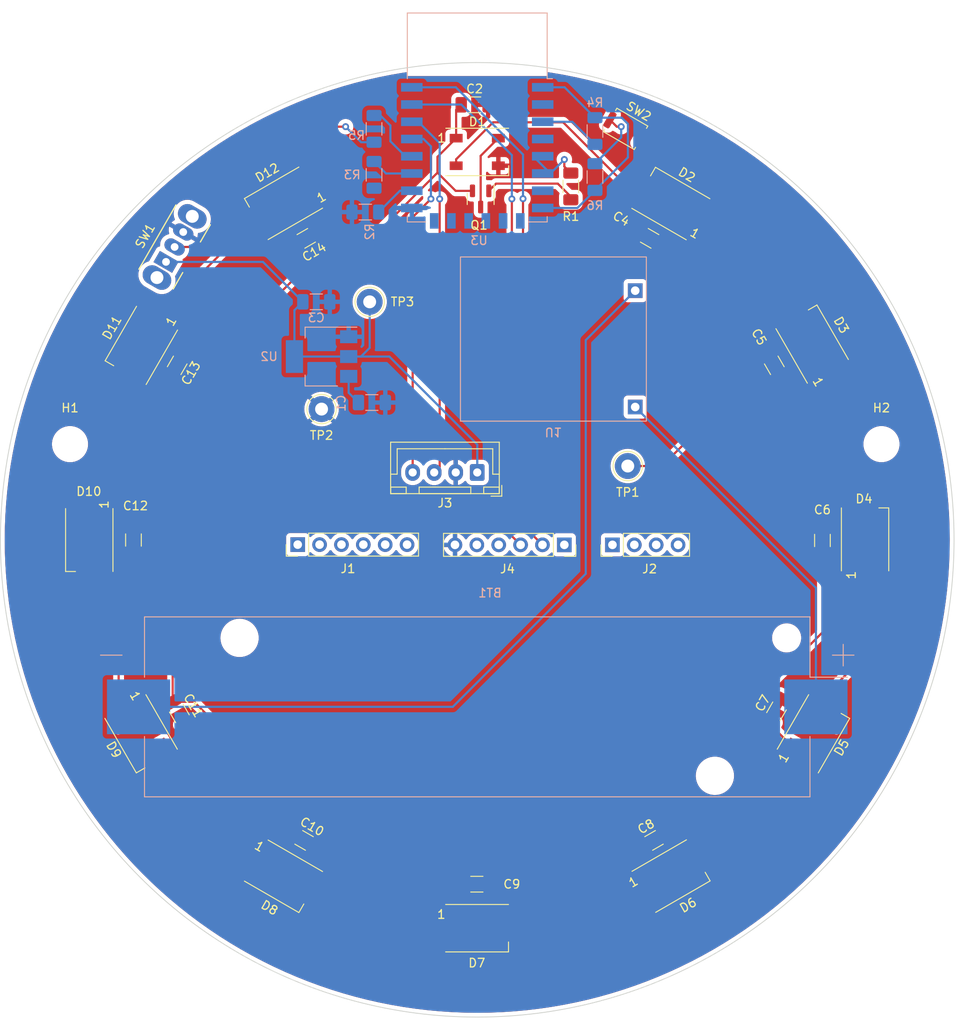
<source format=kicad_pcb>
(kicad_pcb (version 20211014) (generator pcbnew)
  (title_block (title "ESP12E Smart Coaster"))
  (layers (0 "F.Cu" signal) (31 "B.Cu" signal) (34 "B.Paste" user) (35 "F.Paste" user) (36 "B.SilkS" user "B.Silkscreen") (37 "F.SilkS" user "F.Silkscreen") (38 "B.Mask" user) (39 "F.Mask" user) (44 "Edge.Cuts" user))
  (net 0 "")
  (net 1 "Net-(BT1-Pad1)")
  (net 2 "Net-(BT1-Pad2)")
  (net 3 "+5V")
  (net 4 "GND")
  (net 5 "RESET")
  (net 6 "Net-(D1-Pad2)")
  (net 7 "Net-(D1-Pad4)")
  (net 8 "Net-(D2-Pad2)")
  (net 9 "Net-(D3-Pad2)")
  (net 10 "Net-(D4-Pad2)")
  (net 11 "Net-(D5-Pad2)")
  (net 12 "Net-(D6-Pad2)")
  (net 13 "Net-(D7-Pad2)")
  (net 14 "Net-(D8-Pad2)")
  (net 15 "Net-(D10-Pad4)")
  (net 16 "Net-(D10-Pad2)")
  (net 17 "Net-(D11-Pad2)")
  (net 19 "ADC")
  (net 20 "GPIO9")
  (net 21 "GPIO10")
  (net 22 "GPIO13")
  (net 23 "GPIO14")
  (net 24 "GPIO16")
  (net 25 "SCLK")
  (net 26 "MOSI")
  (net 27 "MISO")
  (net 28 "CS0")
  (net 29 "SCL")
  (net 30 "SDA")
  (net 32 "TXD")
  (net 33 "RXD")
  (net 36 "Net-(Q1-Pad1)")
  (net 37 "LED_DIN")
  (net 38 "GPIO15")
  (net 39 "GPIO2")
  (net 40 "EN{slash}CH_PD")
  (net 41 "Net-(R5-Pad1)")
  (net 42 "GPIO0")
  (net 43 "Net-(R6-Pad2)")
  (footprint "Capacitor_SMD:C_1206_3216Metric_Pad1.33x1.80mm_HandSolder" (layer "F.Cu") (at 100.076 100.0252 -90)
    (fp_text reference "C12" (at -3.964501 -0.239093) (layer "F.SilkS"))
    (fp_text value "0.1uF")
    (pad "1" smd roundrect (at -1.5625 0 270) (size 1.325 1.8) (layers "F.Cu" "F.Paste" "F.Mask") (roundrect_rratio 0.188679) (net 3 "+5V"))
    (pad "2" smd roundrect (at 1.5625 0 270) (size 1.325 1.8) (layers "F.Cu" "F.Paste" "F.Mask") (roundrect_rratio 0.188679) (net 4 "GND"))
  )
  (footprint "Capacitor_SMD:C_1206_3216Metric_Pad1.33x1.80mm_HandSolder" (layer "F.Cu") (at 139.954 139.954)
    (fp_text reference "C9" (at 4.064 0) (layer "F.SilkS"))
    (fp_text value "0.1uF")
    (pad "1" smd roundrect (at -1.5625 0) (size 1.325 1.8) (layers "F.Cu" "F.Paste" "F.Mask") (roundrect_rratio 0.188679) (net 3 "+5V"))
    (pad "2" smd roundrect (at 1.5625 0) (size 1.325 1.8) (layers "F.Cu" "F.Paste" "F.Mask") (roundrect_rratio 0.188679) (net 4 "GND"))
  )
  (footprint "Capacitor_SMD:C_1206_3216Metric_Pad1.33x1.80mm_HandSolder" (layer "F.Cu") (at 120.142 65.024 -150)
    (fp_text reference "C14" (at 0 -1.85 30) (layer "F.SilkS"))
    (fp_text value "0.1uF")
    (pad "1" smd roundrect (at -1.5625 0 210) (size 1.325 1.8) (layers "F.Cu" "F.Paste" "F.Mask") (roundrect_rratio 0.188679) (net 3 "+5V"))
    (pad "2" smd roundrect (at 1.5625 0 210) (size 1.325 1.8) (layers "F.Cu" "F.Paste" "F.Mask") (roundrect_rratio 0.188679) (net 4 "GND"))
  )
  (footprint "Capacitor_SMD:C_1206_3216Metric_Pad1.33x1.80mm_HandSolder" (layer "F.Cu") (at 139.7 49.53)
    (fp_text reference "C2" (at 0 -1.85) (layer "F.SilkS"))
    (fp_text value "0.1uF")
    (pad "1" smd roundrect (at -1.5625 0) (size 1.325 1.8) (layers "F.Cu" "F.Paste" "F.Mask") (roundrect_rratio 0.188679) (net 3 "+5V"))
    (pad "2" smd roundrect (at 1.5625 0) (size 1.325 1.8) (layers "F.Cu" "F.Paste" "F.Mask") (roundrect_rratio 0.188679) (net 4 "GND"))
  )
  (footprint "LED_SMD:LED_WS2812B_PLCC4_5.0x5.0mm_P3.2mm" (layer "F.Cu") (at 185.039 99.949 90)
    (fp_text reference "D4" (at 4.699 -0.127) (layer "F.SilkS"))
    (fp_text value "WS2812B")
    (fp_text user "1" (at -4.15 -1.6 90) (layer "F.SilkS"))
    (pad "1" smd rect (at -2.45 -1.6 90) (size 1.5 1) (layers "F.Cu" "F.Paste" "F.Mask") (net 3 "+5V"))
    (pad "2" smd rect (at -2.45 1.6 90) (size 1.5 1) (layers "F.Cu" "F.Paste" "F.Mask") (net 10 "Net-(D4-Pad2)"))
    (pad "3" smd rect (at 2.45 1.6 90) (size 1.5 1) (layers "F.Cu" "F.Paste" "F.Mask") (net 4 "GND"))
    (pad "4" smd rect (at 2.45 -1.6 90) (size 1.5 1) (layers "F.Cu" "F.Paste" "F.Mask") (net 9 "Net-(D3-Pad2)"))
  )
  (footprint "Connector_PinHeader_2.54mm:PinHeader_1x06_P2.54mm_Vertical" (layer "F.Cu") (at 119.1514 100.5586 90)
    (fp_text reference "J1" (at -2.794 5.842 180) (layer "F.SilkS"))
    (fp_text value "GPIO_Header")
    (pad "1" thru_hole rect (at 0 0 90) (size 1.7 1.7) (drill 1) (layers *.Cu *.Mask) (net 19 "ADC"))
    (pad "2" thru_hole oval (at 0 2.54 90) (size 1.7 1.7) (drill 1) (layers *.Cu *.Mask) (net 20 "GPIO9"))
    (pad "3" thru_hole oval (at 0 5.08 90) (size 1.7 1.7) (drill 1) (layers *.Cu *.Mask) (net 21 "GPIO10"))
    (pad "4" thru_hole oval (at 0 7.62 90) (size 1.7 1.7) (drill 1) (layers *.Cu *.Mask) (net 22 "GPIO13"))
    (pad "5" thru_hole oval (at 0 10.16 90) (size 1.7 1.7) (drill 1) (layers *.Cu *.Mask) (net 23 "GPIO14"))
    (pad "6" thru_hole oval (at 0 12.7 90) (size 1.7 1.7) (drill 1) (layers *.Cu *.Mask) (net 24 "GPIO16"))
  )
  (footprint "LED_SMD:LED_WS2812B_PLCC4_5.0x5.0mm_P3.2mm" (layer "F.Cu") (at 100.9904 77.4446 -120)
    (fp_text reference "D11" (at -0.079961 3.976304 60) (layer "F.SilkS"))
    (fp_text value "WS2812B")
    (fp_text user "1" (at -4.15 -1.6 60) (layer "F.SilkS"))
    (pad "1" smd rect (at -2.45 -1.6 240) (size 1.5 1) (layers "F.Cu" "F.Paste" "F.Mask") (net 3 "+5V"))
    (pad "2" smd rect (at -2.45 1.6 240) (size 1.5 1) (layers "F.Cu" "F.Paste" "F.Mask") (net 17 "Net-(D11-Pad2)"))
    (pad "3" smd rect (at 2.45 1.6 240) (size 1.5 1) (layers "F.Cu" "F.Paste" "F.Mask") (net 4 "GND"))
    (pad "4" smd rect (at 2.45 -1.6 240) (size 1.5 1) (layers "F.Cu" "F.Paste" "F.Mask") (net 16 "Net-(D10-Pad2)"))
  )
  (footprint "Package_TO_SOT_SMD:SOT-23" (layer "F.Cu") (at 140.396 60.452 -90)
    (fp_text reference "Q1" (at 3.048 0.188 180) (layer "F.SilkS"))
    (fp_text value "SI2302")
    (pad "1" smd roundrect (at -0.9375 -0.95 270) (size 1.475 0.6) (layers "F.Cu" "F.Paste" "F.Mask") (net 36 "Net-(Q1-Pad1)"))
    (pad "2" smd roundrect (at -0.9375 0.95 270) (size 1.475 0.6) (layers "F.Cu" "F.Paste" "F.Mask") (net 3 "+5V"))
    (pad "3" smd roundrect (at 0.9375 0 270) (size 1.475 0.6) (layers "F.Cu" "F.Paste" "F.Mask") (net 7 "Net-(D1-Pad4)"))
  )
  (footprint "LED_SMD:LED_WS2812B_PLCC4_5.0x5.0mm_P3.2mm" (layer "F.Cu") (at 117.5004 139.0396 -30)
    (fp_text reference "D8" (at 0.420989 3.980375 150) (layer "F.SilkS"))
    (fp_text value "WS2812B")
    (fp_text user "1" (at -4.15 -1.6 150) (layer "F.SilkS"))
    (pad "1" smd rect (at -2.45 -1.6 330) (size 1.5 1) (layers "F.Cu" "F.Paste" "F.Mask") (net 3 "+5V"))
    (pad "2" smd rect (at -2.45 1.6 330) (size 1.5 1) (layers "F.Cu" "F.Paste" "F.Mask") (net 14 "Net-(D8-Pad2)"))
    (pad "3" smd rect (at 2.45 1.6 330) (size 1.5 1) (layers "F.Cu" "F.Paste" "F.Mask") (net 4 "GND"))
    (pad "4" smd rect (at 2.45 -1.6 330) (size 1.5 1) (layers "F.Cu" "F.Paste" "F.Mask") (net 13 "Net-(D7-Pad2)"))
  )
  (footprint "Connector_PinSocket_2.54mm:PinSocket_1x06_P2.54mm_Vertical" (layer "F.Cu") (at 150.114 100.584 -90)
    (fp_text reference "J4" (at 2.794 6.604 180) (layer "F.SilkS"))
    (fp_text value "Programming_header")
    (pad "1" thru_hole rect (at 0 0 270) (size 1.7 1.7) (drill 1) (layers *.Cu *.Mask))
    (pad "2" thru_hole oval (at 0 2.54 270) (size 1.7 1.7) (drill 1) (layers *.Cu *.Mask) (net 32 "TXD"))
    (pad "3" thru_hole oval (at 0 5.08 270) (size 1.7 1.7) (drill 1) (layers *.Cu *.Mask) (net 33 "RXD"))
    (pad "4" thru_hole oval (at 0 7.62 270) (size 1.7 1.7) (drill 1) (layers *.Cu *.Mask))
    (pad "5" thru_hole oval (at 0 10.16 270) (size 1.7 1.7) (drill 1) (layers *.Cu *.Mask))
    (pad "6" thru_hole oval (at 0 12.7 270) (size 1.7 1.7) (drill 1) (layers *.Cu *.Mask) (net 4 "GND"))
  )
  (footprint "Capacitor_SMD:C_1206_3216Metric_Pad1.33x1.80mm_HandSolder" (layer "F.Cu") (at 174.752 119.888 60)
    (fp_text reference "C7" (at 0 -1.85 60) (layer "F.SilkS"))
    (fp_text value "0.1uF")
    (pad "1" smd roundrect (at -1.5625 0 60) (size 1.325 1.8) (layers "F.Cu" "F.Paste" "F.Mask") (roundrect_rratio 0.188679) (net 3 "+5V"))
    (pad "2" smd roundrect (at 1.5625 0 60) (size 1.325 1.8) (layers "F.Cu" "F.Paste" "F.Mask") (roundrect_rratio 0.188679) (net 4 "GND"))
  )
  (footprint "Capacitor_SMD:C_1206_3216Metric_Pad1.33x1.80mm_HandSolder" (layer "F.Cu") (at 160.528 134.874 30)
    (fp_text reference "C8" (at 0 -1.85 30) (layer "F.SilkS"))
    (fp_text value "0.1uF")
    (pad "1" smd roundrect (at -1.5625 0 30) (size 1.325 1.8) (layers "F.Cu" "F.Paste" "F.Mask") (roundrect_rratio 0.188679) (net 3 "+5V"))
    (pad "2" smd roundrect (at 1.5625 0 30) (size 1.325 1.8) (layers "F.Cu" "F.Paste" "F.Mask") (roundrect_rratio 0.188679) (net 4 "GND"))
  )
  (footprint "MountingHole:MountingHole_3.2mm_M3" (layer "F.Cu") (at 92.71 88.9)
    (fp_text reference "H1" (at 0 -4.2) (layer "F.SilkS"))
    (fp_text value "MountingHole")
    (pad "" np_thru_hole circle (at 0 0) (size 3.2 3.2) (drill 3.2) (layers *.Cu *.Mask))
  )
  (footprint "LED_SMD:LED_WS2812B_PLCC4_5.0x5.0mm_P3.2mm" (layer "F.Cu") (at 139.9794 145.0594)
    (fp_text reference "D7" (at -0.0254 4.0386) (layer "F.SilkS"))
    (fp_text value "WS2812B")
    (fp_text user "1" (at -4.15 -1.6) (layer "F.SilkS"))
    (pad "1" smd rect (at -2.45 -1.6) (size 1.5 1) (layers "F.Cu" "F.Paste" "F.Mask") (net 3 "+5V"))
    (pad "2" smd rect (at -2.45 1.6) (size 1.5 1) (layers "F.Cu" "F.Paste" "F.Mask") (net 13 "Net-(D7-Pad2)"))
    (pad "3" smd rect (at 2.45 1.6) (size 1.5 1) (layers "F.Cu" "F.Paste" "F.Mask") (net 4 "GND"))
    (pad "4" smd rect (at 2.45 -1.6) (size 1.5 1) (layers "F.Cu" "F.Paste" "F.Mask") (net 12 "Net-(D6-Pad2)"))
  )
  (footprint "Connector_JST:JST_XH_B4B-XH-A_1x04_P2.50mm_Vertical" (layer "F.Cu") (at 140 92.185 180)
    (fp_text reference "J3" (at 3.75 -3.55) (layer "F.SilkS"))
    (fp_text value "MLX90614 Temp Sensor")
    (pad "1" thru_hole roundrect (at 0 0 180) (size 1.7 1.95) (drill 0.95) (layers *.Cu *.Mask) (roundrect_rratio 0.147059) (net 5 "RESET"))
    (pad "2" thru_hole oval (at 2.5 0 180) (size 1.7 1.95) (drill 0.95) (layers *.Cu *.Mask) (net 4 "GND"))
    (pad "3" thru_hole oval (at 5 0 180) (size 1.7 1.95) (drill 0.95) (layers *.Cu *.Mask) (net 29 "SCL"))
    (pad "4" thru_hole oval (at 7.5 0 180) (size 1.7 1.95) (drill 0.95) (layers *.Cu *.Mask) (net 30 "SDA"))
  )
  (footprint "Capacitor_SMD:C_1206_3216Metric_Pad1.33x1.80mm_HandSolder" (layer "F.Cu") (at 119.888 134.874 -30)
    (fp_text reference "C10" (at 0 -1.85 150) (layer "F.SilkS"))
    (fp_text value "0.1uF")
    (pad "1" smd roundrect (at -1.5625 0 330) (size 1.325 1.8) (layers "F.Cu" "F.Paste" "F.Mask") (roundrect_rratio 0.188679) (net 3 "+5V"))
    (pad "2" smd roundrect (at 1.5625 0 330) (size 1.325 1.8) (layers "F.Cu" "F.Paste" "F.Mask") (roundrect_rratio 0.188679) (net 4 "GND"))
  )
  (footprint "Button_Switch_SMD:SW_Push_SPST_NO_Alps_SKRK" (layer "F.Cu") (at 157.226 52.324 -30)
    (fp_text reference "SW2" (at 0.303823 -2.521764 150) (layer "F.SilkS"))
    (fp_text value "SW_Push")
    (pad "1" smd roundrect (at -2.1 0 330) (size 0.8 2) (layers "F.Cu" "F.Paste" "F.Mask") (net 43 "Net-(R6-Pad2)"))
    (pad "2" smd roundrect (at 2.1 0 330) (size 0.8 2) (layers "F.Cu" "F.Paste" "F.Mask") (net 4 "GND"))
  )
  (footprint "Capacitor_SMD:C_1206_3216Metric_Pad1.33x1.80mm_HandSolder" (layer "F.Cu") (at 105.41 120.142 -60)
    (fp_text reference "C11" (at 0 -1.85 120) (layer "F.SilkS"))
    (fp_text value "0.1uF")
    (pad "1" smd roundrect (at -1.5625 0 300) (size 1.325 1.8) (layers "F.Cu" "F.Paste" "F.Mask") (roundrect_rratio 0.188679) (net 3 "+5V"))
    (pad "2" smd roundrect (at 1.5625 0 300) (size 1.325 1.8) (layers "F.Cu" "F.Paste" "F.Mask") (roundrect_rratio 0.188679) (net 4 "GND"))
  )
  (footprint "Capacitor_SMD:C_1206_3216Metric_Pad1.33x1.80mm_HandSolder" (layer "F.Cu") (at 174.498 79.756 120)
    (fp_text reference "C5" (at 3.748616 0.111207 120) (layer "F.SilkS"))
    (fp_text value "0.1uF")
    (pad "1" smd roundrect (at -1.5625 0 120) (size 1.325 1.8) (layers "F.Cu" "F.Paste" "F.Mask") (roundrect_rratio 0.188679) (net 3 "+5V"))
    (pad "2" smd roundrect (at 1.5625 0 120) (size 1.325 1.8) (layers "F.Cu" "F.Paste" "F.Mask") (roundrect_rratio 0.188679) (net 4 "GND"))
  )
  (footprint "TestPoint:TestPoint_Loop_D2.54mm_Drill1.5mm_Beaded" (layer "F.Cu") (at 157.48 91.44)
    (fp_text reference "TP1" (at 0 3.048) (layer "F.SilkS"))
    (fp_text value "5V")
    (pad "1" thru_hole circle (at 0 0) (size 3 3) (drill 1.5) (layers *.Cu *.Mask) (net 3 "+5V"))
  )
  (footprint "Capacitor_SMD:C_1206_3216Metric_Pad1.33x1.80mm_HandSolder" (layer "F.Cu") (at 180.086 100.076 90)
    (fp_text reference "C6" (at 3.556 0) (layer "F.SilkS"))
    (fp_text value "0.1uF")
    (pad "1" smd roundrect (at -1.5625 0 90) (size 1.325 1.8) (layers "F.Cu" "F.Paste" "F.Mask") (roundrect_rratio 0.188679) (net 3 "+5V"))
    (pad "2" smd roundrect (at 1.5625 0 90) (size 1.325 1.8) (layers "F.Cu" "F.Paste" "F.Mask") (roundrect_rratio 0.188679) (net 4 "GND"))
  )
  (footprint "Button_Switch_THT:SW_CuK_OS102011MA1QN1_SPDT_Angled" (layer "F.Cu") (at 103.856051 67.756051 60)
    (fp_text reference "SW1" (at 1.400001 -3.6 60) (layer "F.SilkS"))
    (fp_text value "SW_SPDT")
    (pad "" thru_hole oval (at 6.1 0 60) (size 2.2 3.5) (drill 1.5) (layers *.Cu *.Mask))
    (pad "" thru_hole oval (at -2.1 0 60) (size 2.2 3.5) (drill 1.5) (layers *.Cu *.Mask))
    (pad "1" thru_hole rect (at 0 0 60) (size 1.5 2.5) (drill 0.9) (layers *.Cu *.Mask) (net 5 "RESET"))
    (pad "2" thru_hole oval (at 2 0 60) (size 1.5 2.5) (drill 0.9) (layers *.Cu *.Mask) (net 41 "Net-(R5-Pad1)"))
    (pad "3" thru_hole oval (at 4 0 60) (size 1.5 2.5) (drill 0.9) (layers *.Cu *.Mask) (net 4 "GND"))
  )
  (footprint "LED_SMD:LED_WS2812B_PLCC4_5.0x5.0mm_P3.2mm" (layer "F.Cu") (at 94.9452 100.0252 -90)
    (fp_text reference "D10" (at -5.6388 0.0508) (layer "F.SilkS"))
    (fp_text value "WS2812B")
    (fp_text user "1" (at -4.1148 -1.7272 90) (layer "F.SilkS"))
    (pad "1" smd rect (at -2.45 -1.6 270) (size 1.5 1) (layers "F.Cu" "F.Paste" "F.Mask") (net 3 "+5V"))
    (pad "2" smd rect (at -2.45 1.6 270) (size 1.5 1) (layers "F.Cu" "F.Paste" "F.Mask") (net 16 "Net-(D10-Pad2)"))
    (pad "3" smd rect (at 2.45 1.6 270) (size 1.5 1) (layers "F.Cu" "F.Paste" "F.Mask") (net 4 "GND"))
    (pad "4" smd rect (at 2.45 -1.6 270) (size 1.5 1) (layers "F.Cu" "F.Paste" "F.Mask") (net 15 "Net-(D10-Pad4)"))
  )
  (footprint "LED_SMD:LED_WS2812B_PLCC4_5.0x5.0mm_P3.2mm" (layer "F.Cu") (at 162.4838 60.9854 150)
    (fp_text reference "D2" (at 0.057916 3.808713 150) (layer "F.SilkS"))
    (fp_text value "WS2812B")
    (fp_text user "1" (at -4.15 -1.6 150) (layer "F.SilkS"))
    (pad "1" smd rect (at -2.45 -1.6 150) (size 1.5 1) (layers "F.Cu" "F.Paste" "F.Mask") (net 3 "+5V"))
    (pad "2" smd rect (at -2.45 1.6 150) (size 1.5 1) (layers "F.Cu" "F.Paste" "F.Mask") (net 8 "Net-(D2-Pad2)"))
    (pad "3" smd rect (at 2.45 1.6 150) (size 1.5 1) (layers "F.Cu" "F.Paste" "F.Mask") (net 4 "GND"))
    (pad "4" smd rect (at 2.45 -1.6 150) (size 1.5 1) (layers "F.Cu" "F.Paste" "F.Mask") (net 6 "Net-(D1-Pad2)"))
  )
  (footprint "LED_SMD:LED_WS2812B_PLCC4_5.0x5.0mm_P3.2mm" (layer "F.Cu") (at 140 55)
    (fp_text reference "D1" (at 0 -3.5) (layer "F.SilkS"))
    (fp_text value "WS2812B")
    (fp_text user "1" (at -4.15 -1.6) (layer "F.SilkS"))
    (pad "1" smd rect (at -2.45 -1.6) (size 1.5 1) (layers "F.Cu" "F.Paste" "F.Mask") (net 3 "+5V"))
    (pad "2" smd rect (at -2.45 1.6) (size 1.5 1) (layers "F.Cu" "F.Paste" "F.Mask") (net 6 "Net-(D1-Pad2)"))
    (pad "3" smd rect (at 2.45 1.6) (size 1.5 1) (layers "F.Cu" "F.Paste" "F.Mask") (net 4 "GND"))
    (pad "4" smd rect (at 2.45 -1.6) (size 1.5 1) (layers "F.Cu" "F.Paste" "F.Mask") (net 7 "Net-(D1-Pad4)"))
  )
  (footprint "LED_SMD:LED_WS2812B_PLCC4_5.0x5.0mm_P3.2mm" (layer "F.Cu") (at 178.8922 77.2922 120)
    (fp_text reference "D3" (at 0.224643 4.030507 120) (layer "F.SilkS"))
    (fp_text value "WS2812B")
    (fp_text user "1" (at -4.15 -1.6 120) (layer "F.SilkS"))
    (pad "1" smd rect (at -2.45 -1.6 120) (size 1.5 1) (layers "F.Cu" "F.Paste" "F.Mask") (net 3 "+5V"))
    (pad "2" smd rect (at -2.45 1.6 120) (size 1.5 1) (layers "F.Cu" "F.Paste" "F.Mask") (net 9 "Net-(D3-Pad2)"))
    (pad "3" smd rect (at 2.45 1.6 120) (size 1.5 1) (layers "F.Cu" "F.Paste" "F.Mask") (net 4 "GND"))
    (pad "4" smd rect (at 2.45 -1.6 120) (size 1.5 1) (layers "F.Cu" "F.Paste" "F.Mask") (net 8 "Net-(D2-Pad2)"))
  )
  (footprint "LED_SMD:LED_WS2812B_PLCC4_5.0x5.0mm_P3.2mm" (layer "F.Cu") (at 117.5004 60.96 -150)
    (fp_text reference "D12" (at -0.150219 4.019386 30) (layer "F.SilkS"))
    (fp_text value "WS2812B")
    (fp_text user "1" (at -4.15 -1.6 30) (layer "F.SilkS"))
    (pad "1" smd rect (at -2.45 -1.6 210) (size 1.5 1) (layers "F.Cu" "F.Paste" "F.Mask") (net 3 "+5V"))
    (pad "2" smd rect (at -2.45 1.6 210) (size 1.5 1) (layers "F.Cu" "F.Paste" "F.Mask"))
    (pad "3" smd rect (at 2.45 1.6 210) (size 1.5 1) (layers "F.Cu" "F.Paste" "F.Mask") (net 4 "GND"))
    (pad "4" smd rect (at 2.45 -1.6 210) (size 1.5 1) (layers "F.Cu" "F.Paste" "F.Mask") (net 17 "Net-(D11-Pad2)"))
  )
  (footprint "Capacitor_SMD:C_1206_3216Metric_Pad1.33x1.80mm_HandSolder" (layer "F.Cu") (at 160.02 65.024 150)
    (fp_text reference "C4" (at 4.002616 0.328734 150) (layer "F.SilkS"))
    (fp_text value "0.1uF")
    (pad "1" smd roundrect (at -1.5625 0 150) (size 1.325 1.8) (layers "F.Cu" "F.Paste" "F.Mask") (roundrect_rratio 0.188679) (net 3 "+5V"))
    (pad "2" smd roundrect (at 1.5625 0 150) (size 1.325 1.8) (layers "F.Cu" "F.Paste" "F.Mask") (roundrect_rratio 0.188679) (net 4 "GND"))
  )
  (footprint "LED_SMD:LED_WS2812B_PLCC4_5.0x5.0mm_P3.2mm" (layer "F.Cu") (at 179.0446 122.5042 60)
    (fp_text reference "D5" (at 0.252486 3.637719 60) (layer "F.SilkS"))
    (fp_text value "WS2812B")
    (fp_text user "1" (at -4.15 -1.6 60) (layer "F.SilkS"))
    (pad "1" smd rect (at -2.45 -1.6 60) (size 1.5 1) (layers "F.Cu" "F.Paste" "F.Mask") (net 3 "+5V"))
    (pad "2" smd rect (at -2.45 1.6 60) (size 1.5 1) (layers "F.Cu" "F.Paste" "F.Mask") (net 11 "Net-(D5-Pad2)"))
    (pad "3" smd rect (at 2.45 1.6 60) (size 1.5 1) (layers "F.Cu" "F.Paste" "F.Mask") (net 4 "GND"))
    (pad "4" smd rect (at 2.45 -1.6 60) (size 1.5 1) (layers "F.Cu" "F.Paste" "F.Mask") (net 10 "Net-(D4-Pad2)"))
  )
  (footprint "Resistor_SMD:R_1206_3216Metric_Pad1.30x1.75mm_HandSolder" (layer "F.Cu") (at 150.868528 59.000495 -90)
    (fp_text reference "R1" (at 3.483505 -0.007472 180) (layer "F.SilkS"))
    (fp_text value "100")
    (pad "1" smd roundrect (at -1.55 0 270) (size 1.3 1.75) (layers "F.Cu" "F.Paste" "F.Mask") (roundrect_rratio 0.192308) (net 37 "LED_DIN"))
    (pad "2" smd roundrect (at 1.55 0 270) (size 1.3 1.75) (layers "F.Cu" "F.Paste" "F.Mask") (roundrect_rratio 0.192308) (net 36 "Net-(Q1-Pad1)"))
  )
  (footprint "Capacitor_SMD:C_1206_3216Metric_Pad1.33x1.80mm_HandSolder" (layer "F.Cu") (at 105.156 79.756 -120)
    (fp_text reference "C13" (at 0 -1.85 60) (layer "F.SilkS"))
    (fp_text value "0.1uF")
    (pad "1" smd roundrect (at -1.5625 0 240) (size 1.325 1.8) (layers "F.Cu" "F.Paste" "F.Mask") (roundrect_rratio 0.188679) (net 3 "+5V"))
    (pad "2" smd roundrect (at 1.5625 0 240) (size 1.325 1.8) (layers "F.Cu" "F.Paste" "F.Mask") (roundrect_rratio 0.188679) (net 4 "GND"))
  )
  (footprint "TestPoint:TestPoint_Loop_D2.54mm_Drill1.5mm_Beaded" (layer "F.Cu") (at 121.92 84.836)
    (fp_text reference "TP2" (at 0 3.048) (layer "F.SilkS"))
    (fp_text value "GND")
    (pad "1" thru_hole circle (at 0 0) (size 3 3) (drill 1.5) (layers *.Cu *.Mask) (net 4 "GND"))
  )
  (footprint "MountingHole:MountingHole_3.2mm_M3" (layer "F.Cu") (at 186.944 88.9)
    (fp_text reference "H2" (at 0 -4.2) (layer "F.SilkS"))
    (fp_text value "MountingHole")
    (pad "" np_thru_hole circle (at 0 0) (size 3.2 3.2) (drill 3.2) (layers *.Cu *.Mask))
  )
  (footprint "Connector_PinHeader_2.54mm:PinHeader_1x04_P2.54mm_Vertical" (layer "F.Cu") (at 155.702 100.584 90)
    (fp_text reference "J2" (at -2.794 4.318 180) (layer "F.SilkS"))
    (fp_text value "SPI_Header")
    (pad "1" thru_hole rect (at 0 0 90) (size 1.7 1.7) (drill 1) (layers *.Cu *.Mask) (net 25 "SCLK"))
    (pad "2" thru_hole oval (at 0 2.54 90) (size 1.7 1.7) (drill 1) (layers *.Cu *.Mask) (net 26 "MOSI"))
    (pad "3" thru_hole oval (at 0 5.08 90) (size 1.7 1.7) (drill 1) (layers *.Cu *.Mask) (net 27 "MISO"))
    (pad "4" thru_hole oval (at 0 7.62 90) (size 1.7 1.7) (drill 1) (layers *.Cu *.Mask) (net 28 "CS0"))
  )
  (footprint "LED_SMD:LED_WS2812B_PLCC4_5.0x5.0mm_P3.2mm" (layer "F.Cu") (at 162.5092 139.0142 30)
    (fp_text reference "D6" (at 0.02667 3.916207 30) (layer "F.SilkS"))
    (fp_text value "WS2812B")
    (fp_text user "1" (at -4.15 -1.6 30) (layer "F.SilkS"))
    (pad "1" smd rect (at -2.45 -1.6 30) (size 1.5 1) (layers "F.Cu" "F.Paste" "F.Mask") (net 3 "+5V"))
    (pad "2" smd rect (at -2.45 1.6 30) (size 1.5 1) (layers "F.Cu" "F.Paste" "F.Mask") (net 12 "Net-(D6-Pad2)"))
    (pad "3" smd rect (at 2.45 1.6 30) (size 1.5 1) (layers "F.Cu" "F.Paste" "F.Mask") (net 4 "GND"))
    (pad "4" smd rect (at 2.45 -1.6 30) (size 1.5 1) (layers "F.Cu" "F.Paste" "F.Mask") (net 11 "Net-(D5-Pad2)"))
  )
  (footprint "TestPoint:TestPoint_Loop_D2.54mm_Drill1.5mm_Beaded" (layer "F.Cu") (at 127.508 72.39)
    (fp_text reference "TP3" (at 3.81 0) (layer "F.SilkS"))
    (fp_text value "3.3V")
    (pad "1" thru_hole circle (at 0 0) (size 3 3) (drill 1.5) (layers *.Cu *.Mask) (net 5 "RESET"))
  )
  (footprint "LED_SMD:LED_WS2812B_PLCC4_5.0x5.0mm_P3.2mm" (layer "F.Cu") (at 100.965 122.5042 -60)
    (fp_text reference "D9" (at 0.018284 3.676731 120) (layer "F.SilkS"))
    (fp_text value "WS2812B")
    (fp_text user "1" (at -4.15 -1.6 120) (layer "F.SilkS"))
    (pad "1" smd rect (at -2.45 -1.6 300) (size 1.5 1) (layers "F.Cu" "F.Paste" "F.Mask") (net 3 "+5V"))
    (pad "2" smd rect (at -2.45 1.6 300) (size 1.5 1) (layers "F.Cu" "F.Paste" "F.Mask") (net 15 "Net-(D10-Pad4)"))
    (pad "3" smd rect (at 2.45 1.6 300) (size 1.5 1) (layers "F.Cu" "F.Paste" "F.Mask") (net 4 "GND"))
    (pad "4" smd rect (at 2.45 -1.6 300) (size 1.5 1) (layers "F.Cu" "F.Paste" "F.Mask") (net 14 "Net-(D8-Pad2)"))
  )
  (footprint "Power_Bank_Module:T6845C_Module" (layer "B.Cu") (at 148.844 77.343)
    (fp_text reference "U1" (at 0 10.16 180 unlocked) (layer "B.SilkS") (effects (justify mirror)))
    (fp_text value "T6845C_Module")
    (pad "3" thru_hole rect (at 9.5 7.25) (size 1.7 1.7) (drill 1) (layers *.Cu *.Mask) (net 1 "Net-(BT1-Pad1)"))
    (pad "4" thru_hole rect (at 9.5 -6.25) (size 1.7 1.7) (drill 1) (layers *.Cu *.Mask) (net 2 "Net-(BT1-Pad2)"))
  )
  (footprint "Capacitor_SMD:C_1206_3216Metric_Pad1.33x1.80mm_HandSolder" (layer "B.Cu") (at 121.31 72.39)
    (fp_text reference "C3" (at 0 1.85) (layer "B.SilkS") (effects (justify mirror)))
    (fp_text value "10u")
    (pad "1" smd roundrect (at -1.5625 0) (size 1.325 1.8) (layers "B.Cu" "B.Paste" "B.Mask") (roundrect_rratio 0.188679) (net 5 "RESET"))
    (pad "2" smd roundrect (at 1.5625 0) (size 1.325 1.8) (layers "B.Cu" "B.Paste" "B.Mask") (roundrect_rratio 0.188679) (net 4 "GND"))
  )
  (footprint "Resistor_SMD:R_1206_3216Metric_Pad1.30x1.75mm_HandSolder" (layer "B.Cu") (at 153.67 52.578 -90)
    (fp_text reference "R4" (at -3.302 0 180) (layer "B.SilkS") (effects (justify mirror)))
    (fp_text value "10K")
    (pad "1" smd roundrect (at -1.55 0 270) (size 1.3 1.75) (layers "B.Cu" "B.Paste" "B.Mask") (roundrect_rratio 0.192308) (net 5 "RESET"))
    (pad "2" smd roundrect (at 1.55 0 270) (size 1.3 1.75) (layers "B.Cu" "B.Paste" "B.Mask") (roundrect_rratio 0.192308) (net 40 "EN{slash}CH_PD"))
  )
  (footprint "Resistor_SMD:R_1206_3216Metric_Pad1.30x1.75mm_HandSolder" (layer "B.Cu") (at 128.016 57.658 90)
    (fp_text reference "R3" (at 0 -2.54) (layer "B.SilkS") (effects (justify mirror)))
    (fp_text value "10K")
    (pad "1" smd roundrect (at -1.55 0 90) (size 1.3 1.75) (layers "B.Cu" "B.Paste" "B.Mask") (roundrect_rratio 0.192308) (net 5 "RESET"))
    (pad "2" smd roundrect (at 1.55 0 90) (size 1.3 1.75) (layers "B.Cu" "B.Paste" "B.Mask") (roundrect_rratio 0.192308) (net 39 "GPIO2"))
  )
  (footprint "Battery:BatteryHolder_Keystone_1042_1x18650" (layer "B.Cu") (at 140 119.38 180)
    (fp_text reference "BT1" (at -1.478 13.208) (layer "B.SilkS") (effects (justify mirror)))
    (fp_text value "Battery")
    (pad "" np_thru_hole circle (at 27.6 8 180) (size 3.45 3.45) (drill 3.45) (layers *.Cu *.Mask))
    (pad "" np_thru_hole circle (at -35.93 8 180) (size 2.39 2.39) (drill 2.39) (layers *.Cu *.Mask))
    (pad "" np_thru_hole circle (at -27.6 -8 180) (size 3.45 3.45) (drill 3.45) (layers *.Cu *.Mask))
    (pad "1" smd rect (at -39.33 0 180) (size 7.34 6.35) (layers "B.Cu" "B.Paste" "B.Mask") (net 1 "Net-(BT1-Pad1)"))
    (pad "2" smd rect (at 39.33 0 180) (size 7.34 6.35) (layers "B.Cu" "B.Paste" "B.Mask") (net 2 "Net-(BT1-Pad2)"))
  )
  (footprint "Resistor_SMD:R_1206_3216Metric_Pad1.30x1.75mm_HandSolder" (layer "B.Cu") (at 127 61.976 180)
    (fp_text reference "R2" (at -0.508 -2.286 90) (layer "B.SilkS") (effects (justify mirror)))
    (fp_text value "10K")
    (pad "1" smd roundrect (at -1.55 0 180) (size 1.3 1.75) (layers "B.Cu" "B.Paste" "B.Mask") (roundrect_rratio 0.192308) (net 38 "GPIO15"))
    (pad "2" smd roundrect (at 1.55 0 180) (size 1.3 1.75) (layers "B.Cu" "B.Paste" "B.Mask") (roundrect_rratio 0.192308) (net 4 "GND"))
  )
  (footprint "Package_TO_SOT_SMD:SOT-223-3_TabPin2" (layer "B.Cu") (at 121.92 78.74 180)
    (fp_text reference "U2" (at 6.096 0) (layer "B.SilkS") (effects (justify mirror)))
    (fp_text value "AMS1117-3.3")
    (pad "1" smd rect (at -3.15 2.3 180) (size 2 1.5) (layers "B.Cu" "B.Paste" "B.Mask") (net 4 "GND"))
    (pad "2" smd rect (at -3.15 0 180) (size 2 1.5) (layers "B.Cu" "B.Paste" "B.Mask") (net 5 "RESET"))
    (pad "2" smd rect (at 3.15 0 180) (size 2 3.8) (layers "B.Cu" "B.Paste" "B.Mask") (net 5 "RESET"))
    (pad "3" smd rect (at -3.15 -2.3 180) (size 2 1.5) (layers "B.Cu" "B.Paste" "B.Mask") (net 3 "+5V"))
  )
  (footprint "Resistor_SMD:R_1206_3216Metric_Pad1.30x1.75mm_HandSolder" (layer "B.Cu") (at 153.67 57.912 90)
    (fp_text reference "R6" (at -3.302 0 180) (layer "B.SilkS") (effects (justify mirror)))
    (fp_text value "10K")
    (pad "1" smd roundrect (at -1.55 0 90) (size 1.3 1.75) (layers "B.Cu" "B.Paste" "B.Mask") (roundrect_rratio 0.192308) (net 5 "RESET"))
    (pad "2" smd roundrect (at 1.55 0 90) (size 1.3 1.75) (layers "B.Cu" "B.Paste" "B.Mask") (roundrect_rratio 0.192308) (net 43 "Net-(R6-Pad2)"))
  )
  (footprint "RF_Module:ESP-12E" (layer "B.Cu") (at 140 51 180)
    (fp_text reference "U3" (at -0.208 -14.278) (layer "B.SilkS") (effects (justify mirror)))
    (fp_text value "ESP-12E")
    (pad "1" smd rect (at -7.6 3.5 180) (size 2.5 1) (layers "B.Cu" "B.Paste" "B.Mask") (net 5 "RESET"))
    (pad "2" smd rect (at -7.6 1.5 180) (size 2.5 1) (layers "B.Cu" "B.Paste" "B.Mask") (net 19 "ADC"))
    (pad "3" smd rect (at -7.6 -0.5 180) (size 2.5 1) (layers "B.Cu" "B.Paste" "B.Mask") (net 40 "EN{slash}CH_PD"))
    (pad "4" smd rect (at -7.6 -2.5 180) (size 2.5 1) (layers "B.Cu" "B.Paste" "B.Mask") (net 24 "GPIO16"))
    (pad "5" smd rect (at -7.6 -4.5 180) (size 2.5 1) (layers "B.Cu" "B.Paste" "B.Mask") (net 23 "GPIO14"))
    (pad "6" smd rect (at -7.6 -6.5 180) (size 2.5 1) (layers "B.Cu" "B.Paste" "B.Mask") (net 37 "LED_DIN"))
    (pad "7" smd rect (at -7.6 -8.5 180) (size 2.5 1) (layers "B.Cu" "B.Paste" "B.Mask") (net 22 "GPIO13"))
    (pad "8" smd rect (at -7.6 -10.5 180) (size 2.5 1) (layers "B.Cu" "B.Paste" "B.Mask") (net 5 "RESET"))
    (pad "9" smd rect (at -5 -12 180) (size 1 1.8) (layers "B.Cu" "B.Paste" "B.Mask") (net 28 "CS0"))
    (pad "10" smd rect (at -3 -12 180) (size 1 1.8) (layers "B.Cu" "B.Paste" "B.Mask") (net 27 "MISO"))
    (pad "11" smd rect (at -1 -12 180) (size 1 1.8) (layers "B.Cu" "B.Paste" "B.Mask") (net 20 "GPIO9"))
    (pad "12" smd rect (at 1 -12 180) (size 1 1.8) (layers "B.Cu" "B.Paste" "B.Mask") (net 21 "GPIO10"))
    (pad "13" smd rect (at 3 -12 180) (size 1 1.8) (layers "B.Cu" "B.Paste" "B.Mask") (net 26 "MOSI"))
    (pad "14" smd rect (at 5 -12 180) (size 1 1.8) (layers "B.Cu" "B.Paste" "B.Mask") (net 25 "SCLK"))
    (pad "15" smd rect (at 7.6 -10.5 180) (size 2.5 1) (layers "B.Cu" "B.Paste" "B.Mask") (net 4 "GND"))
    (pad "16" smd rect (at 7.6 -8.5 180) (size 2.5 1) (layers "B.Cu" "B.Paste" "B.Mask") (net 38 "GPIO15"))
    (pad "17" smd rect (at 7.6 -6.5 180) (size 2.5 1) (layers "B.Cu" "B.Paste" "B.Mask") (net 39 "GPIO2"))
    (pad "18" smd rect (at 7.6 -4.5 180) (size 2.5 1) (layers "B.Cu" "B.Paste" "B.Mask") (net 42 "GPIO0"))
    (pad "19" smd rect (at 7.6 -2.5 180) (size 2.5 1) (layers "B.Cu" "B.Paste" "B.Mask") (net 30 "SDA"))
    (pad "20" smd rect (at 7.6 -0.5 180) (size 2.5 1) (layers "B.Cu" "B.Paste" "B.Mask") (net 29 "SCL"))
    (pad "21" smd rect (at 7.6 1.5 180) (size 2.5 1) (layers "B.Cu" "B.Paste" "B.Mask") (net 33 "RXD"))
    (pad "22" smd rect (at 7.6 3.5 180) (size 2.5 1) (layers "B.Cu" "B.Paste" "B.Mask") (net 32 "TXD"))
    (zone (net 0) (net_name "") (layers *.Cu) (connect_pads (clearance 0)) (min_thickness 0.254)
      (keepout (tracks not_allowed) (vias not_allowed) (pads not_allowed) (copperpour not_allowed) (footprints not_allowed))
      (fill (thermal_gap 0.508) (thermal_bridge_width 0.508))
      (polygon (pts (xy 148.12 46.2) (xy 131.88 46.2) (xy 131.88 38.88) (xy 148.12 38.88)))
    )
  )
  (footprint "Resistor_SMD:R_1206_3216Metric_Pad1.30x1.75mm_HandSolder" (layer "B.Cu") (at 128.016 52.324 90)
    (fp_text reference "R5" (at -0.762 -2.032) (layer "B.SilkS") (effects (justify mirror)))
    (fp_text value "10K")
    (pad "1" smd roundrect (at -1.55 0 90) (size 1.3 1.75) (layers "B.Cu" "B.Paste" "B.Mask") (roundrect_rratio 0.192308) (net 41 "Net-(R5-Pad1)"))
    (pad "2" smd roundrect (at 1.55 0 90) (size 1.3 1.75) (layers "B.Cu" "B.Paste" "B.Mask") (roundrect_rratio 0.192308) (net 42 "GPIO0"))
  )
  (footprint "Capacitor_SMD:C_1206_3216Metric_Pad1.33x1.80mm_HandSolder" (layer "B.Cu") (at 127.762 84.074)
    (fp_text reference "C1" (at -3.568271 0.086868 90) (layer "B.SilkS") (effects (justify mirror)))
    (fp_text value "10u")
    (pad "1" smd roundrect (at -1.5625 0) (size 1.325 1.8) (layers "B.Cu" "B.Paste" "B.Mask") (roundrect_rratio 0.188679) (net 3 "+5V"))
    (pad "2" smd roundrect (at 1.5625 0) (size 1.325 1.8) (layers "B.Cu" "B.Paste" "B.Mask") (roundrect_rratio 0.188679) (net 4 "GND"))
  )
  (gr_circle (center 140 100) (end 195.372 100) (layer "Edge.Cuts") (width 0.1) (fill none))
  (segment (start 179.33 105.579) (end 158.344 84.593) (width 0.25) (layer "B.Cu") (net 1))
  (segment (start 179.33 119.38) (end 179.33 105.579) (width 0.25) (layer "B.Cu") (net 1))
  (segment (start 100.67 119.38) (end 137.16 119.38) (width 0.25) (layer "B.Cu") (net 2))
  (segment (start 152.6032 76.8338) (end 158.344 71.093) (width 0.25) (layer "B.Cu") (net 2))
  (segment (start 152.6032 103.9368) (end 152.6032 76.8338) (width 0.25) (layer "B.Cu") (net 2))
  (segment (start 137.16 119.38) (end 152.6032 103.9368) (width 0.25) (layer "B.Cu") (net 2))
  (segment (start 176.174453 80.213962) (end 178.731559 80.213962) (width 0.25) (layer "F.Cu") (net 3))
  (segment (start 135.382 57.404) (end 135.382 55.568) (width 0.25) (layer "F.Cu") (net 3))
  (segment (start 138.3915 139.954) (end 137.5294 140.8161) (width 0.25) (layer "F.Cu") (net 3))
  (segment (start 159.174835 135.65525) (end 159.587438 136.067853) (width 0.25) (layer "F.Cu") (net 3))
  (segment (start 100.076 98.4627) (end 99.1885 97.5752) (width 0.25) (layer "F.Cu") (net 3))
  (segment (start 107.104835 118.788835) (end 104.62875 118.788835) (width 0.25) (layer "F.Cu") (net 3))
  (segment (start 175.27925 81.109165) (end 175.27925 96.83175) (width 0.25) (layer "F.Cu") (net 3))
  (segment (start 104.62875 118.788835) (end 104.62875 103.01545) (width 0.25) (layer "F.Cu") (net 3))
  (segment (start 137.5294 140.8161) (end 137.5294 143.4594) (width 0.25) (layer "F.Cu") (net 3))
  (segment (start 173.97075 121.241165) (end 173.97075 121.362753) (width 0.25) (layer "F.Cu") (net 3))
  (segment (start 105.93725 78.402835) (end 105.881038 78.402835) (width 0.25) (layer "F.Cu") (net 3))
  (segment (start 110.059437 78.402835) (end 121.885723 66.576549) (width 0.25) (layer "F.Cu") (net 3))
  (segment (start 161.596353 65.80525) (end 163.805562 63.596041) (width 0.25) (layer "F.Cu") (net 3))
  (segment (start 171.787165 81.109165) (end 175.27925 81.109165) (width 0.25) (layer "F.Cu") (net 3))
  (segment (start 173.97075 116.85925) (end 173.97075 121.241165) (width 0.25) (layer "F.Cu") (net 3))
  (segment (start 138.3915 139.954) (end 132.53025 134.09275) (width 0.25) (layer "F.Cu") (net 3))
  (segment (start 139.446 59.5145) (end 137.4925 59.5145) (width 0.25) (layer "F.Cu") (net 3))
  (segment (start 173.97075 121.362753) (end 176.433959 123.825962) (width 0.25) (layer "F.Cu") (net 3))
  (segment (start 180.086 101.6385) (end 180.8465 102.399) (width 0.25) (layer "F.Cu") (net 3))
  (segment (start 159.174835 129.865466) (end 159.174835 135.65525) (width 0.25) (layer "F.Cu") (net 3))
  (segment (start 121.885723 64.633308) (end 121.495165 64.24275) (width 0.25) (layer "F.Cu") (net 3))
  (segment (start 161.45633 91.44) (end 171.787165 81.109165) (width 0.25) (layer "F.Cu") (net 3))
  (segment (start 105.93725 92.60145) (end 105.93725 78.402835) (width 0.25) (layer "F.Cu") (net 3))
  (segment (start 161.373165 70.695165) (end 171.787165 81.109165) (width 0.25) (layer "F.Cu") (net 3))
  (segment (start 105.93725 78.402835) (end 110.059437 78.402835) (width 0.25) (layer "F.Cu") (net 3))
  (segment (start 180.086 110.744) (end 173.97075 116.85925) (width 0.25) (layer "F.Cu") (net 3))
  (segment (start 118.534835 134.09275) (end 118.534835 130.218835) (width 0.25) (layer "F.Cu") (net 3))
  (segment (start 175.27925 81.109165) (end 176.174453 80.213962) (width 0.25) (layer "F.Cu") (net 3))
  (segment (start 137.55 50.1175) (end 137.55 53.4) (width 0.25) (layer "F.Cu") (net 3))
  (segment (start 100.076 98.4627) (end 105.93725 92.60145) (width 0.25) (layer "F.Cu") (net 3))
  (segment (start 157.48 91.44) (end 161.45633 91.44) (width 0.25) (layer "F.Cu") (net 3))
  (segment (start 159.174835 135.65525) (end 142.69025 135.65525) (width 0.25) (layer "F.Cu") (net 3))
  (segment (start 105.881038 78.402835) (end 103.601041 76.122838) (width 0.25) (layer "F.Cu") (net 3))
  (segment (start 132.53025 134.09275) (end 118.534835 134.09275) (width 0.25) (layer "F.Cu") (net 3))
  (segment (start 99.1885 97.5752) (end 96.5452 97.5752) (width 0.25) (layer "F.Cu") (net 3))
  (segment (start 103.835147 119.582438) (end 101.125641 119.582438) (width 0.25) (layer "F.Cu") (net 3))
  (segment (start 180.8465 102.399) (end 183.439 102.399) (width 0.25) (layer "F.Cu") (net 3))
  (segment (start 137.4925 59.5145) (end 135.382 57.404) (width 0.25) (layer "F.Cu") (net 3))
  (segment (start 173.97075 121.241165) (end 167.799136 121.241165) (width 0.25) (layer "F.Cu") (net 3))
  (segment (start 118.514847 134.09275) (end 116.178638 136.428959) (width 0.25) (layer "F.Cu") (net 3))
  (segment (start 118.534835 130.218835) (end 107.104835 118.788835) (width 0.25) (layer "F.Cu") (net 3))
  (segment (start 121.495165 64.24275) (end 128.54325 64.24275) (width 0.25) (layer "F.Cu") (net 3))
  (segment (start 121.885723 66.576549) (end 121.885723 64.633308) (width 0.25) (layer "F.Cu") (net 3))
  (segment (start 128.54325 64.24275) (end 135.382 57.404) (width 0.25) (layer "F.Cu") (net 3))
  (segment (start 142.69025 135.65525) (end 138.3915 139.954) (width 0.25) (layer "F.Cu") (net 3))
  (segment (start 118.534835 134.09275) (end 118.514847 134.09275) (width 0.25) (layer "F.Cu") (net 3))
  (segment (start 175.27925 96.83175) (end 180.086 101.6385) (width 0.25) (layer "F.Cu") (net 3))
  (segment (start 135.382 55.568) (end 137.55 53.4) (width 0.25) (layer "F.Cu") (net 3))
  (segment (start 161.373165 65.80525) (end 161.596353 65.80525) (width 0.25) (layer "F.Cu") (net 3))
  (segment (start 161.373165 65.80525) (end 161.373165 70.695165) (width 0.25) (layer "F.Cu") (net 3))
  (segment (start 159.587438 136.067853) (end 159.587438 138.853559) (width 0.25) (layer "F.Cu") (net 3))
  (segment (start 104.62875 103.01545) (end 100.076 98.4627) (width 0.25) (layer "F.Cu") (net 3))
  (segment (start 180.086 101.6385) (end 180.086 110.744) (width 0.25) (layer "F.Cu") (net 3))
  (segment (start 104.62875 118.788835) (end 103.835147 119.582438) (width 0.25) (layer "F.Cu") (net 3))
  (segment (start 120.422162 63.169747) (end 120.422162 61.120641) (width 0.25) (layer "F.Cu") (net 3))
  (segment (start 138.1375 49.53) (end 137.55 50.1175) (width 0.25) (layer "F.Cu") (net 3))
  (segment (start 121.495165 64.24275) (end 120.422162 63.169747) (width 0.25) (layer "F.Cu") (net 3))
  (segment (start 167.799136 121.241165) (end 159.174835 129.865466) (width 0.25) (layer "F.Cu") (net 3))
  (segment (start 125.07 82.9445) (end 126.1995 84.074) (width 0.25) (layer "B.Cu") (net 3))
  (segment (start 125.07 81.04) (end 125.07 82.9445) (width 0.25) (layer "B.Cu") (net 3))
  (segment (start 156.77936 51.028) (end 157.496825 51.745465) (width 0.25) (layer "B.Cu") (net 5))
  (segment (start 151.632 61.5) (end 153.67 59.462) (width 0.25) (layer "B.Cu") (net 5))
  (segment (start 115.113551 67.756051) (end 103.856051 67.756051) (width 0.25) (layer "B.Cu") (net 5))
  (segment (start 153.67 51.028) (end 153.898 50.8) (width 0.25) (layer "B.Cu") (net 5))
  (segment (start 126.499503 78.74) (end 129.794 78.74) (width 0.25) (layer "B.Cu") (net 5))
  (segment (start 118.77 78.74) (end 118.77 73.3675) (width 0.25) (layer "B.Cu") (net 5))
  (segment (start 147.6 61.5) (end 151.632 61.5) (width 0.25) (layer "B.Cu") (net 5))
  (segment (start 157.496825 51.745465) (end 157.496825 55.635175) (width 0.25) (layer "B.Cu") (net 5))
  (segment (start 129.794 78.74) (end 140.0048 88.9508) (width 0.25) (layer "B.Cu") (net 5))
  (segment (start 118.77 73.3675) (end 119.7475 72.39) (width 0.25) (layer "B.Cu") (net 5))
  (segment (start 126.499503 78.74) (end 125.07 78.74) (width 0.25) (layer "B.Cu") (net 5))
  (segment (start 118.77 78.74) (end 125.07 78.74) (width 0.25) (layer "B.Cu") (net 5))
  (segment (start 157.496825 55.635175) (end 153.67 59.462) (width 0.25) (layer "B.Cu") (net 5))
  (segment (start 147.6 47.5) (end 150.142 47.5) (width 0.25) (layer "B.Cu") (net 5))
  (segment (start 150.142 47.5) (end 153.67 51.028) (width 0.25) (layer "B.Cu") (net 5))
  (segment (start 140.0048 92.1802) (end 140 92.185) (width 0.25) (layer "B.Cu") (net 5))
  (segment (start 127.508 77.731503) (end 126.499503 78.74) (width 0.25) (layer "B.Cu") (net 5))
  (segment (start 140.0048 88.9508) (end 140.0048 92.1802) (width 0.25) (layer "B.Cu") (net 5))
  (segment (start 153.67 51.028) (end 156.77936 51.028) (width 0.25) (layer "B.Cu") (net 5))
  (segment (start 119.7475 72.39) (end 115.113551 67.756051) (width 0.25) (layer "B.Cu") (net 5))
  (segment (start 127.508 72.39) (end 127.508 77.731503) (width 0.25) (layer "B.Cu") (net 5))
  (segment (start 149.977997 51.562) (end 159.562038 61.146041) (width 0.25) (layer "F.Cu") (net 6))
  (segment (start 141.838 51.562) (end 149.977997 51.562) (width 0.25) (layer "F.Cu") (net 6))
  (segment (start 137.55 56.6) (end 137.55 55.85) (width 0.25) (layer "F.Cu") (net 6))
  (segment (start 137.55 55.85) (end 141.838 51.562) (width 0.25) (layer "F.Cu") (net 6))
  (segment (start 140.396 61.3895) (end 140.396 55.454) (width 0.25) (layer "F.Cu") (net 7))
  (segment (start 140.396 55.454) (end 142.45 53.4) (width 0.25) (layer "F.Cu") (net 7))
  (segment (start 165.405562 60.824759) (end 176.281559 71.700756) (width 0.25) (layer "F.Cu") (net 8))
  (segment (start 176.281559 71.700756) (end 176.281559 75.970438) (width 0.25) (layer "F.Cu") (net 8))
  (segment (start 164.510862 60.824759) (end 165.405562 60.824759) (width 0.25) (layer "F.Cu") (net 8))
  (segment (start 181.502841 95.562841) (end 183.439 97.499) (width 0.25) (layer "F.Cu") (net 9))
  (segment (start 181.502841 78.613962) (end 181.502841 95.562841) (width 0.25) (layer "F.Cu") (net 9))
  (segment (start 186.639 102.399) (end 186.639 111.827397) (width 0.25) (layer "F.Cu") (net 10))
  (segment (start 186.639 111.827397) (end 178.883959 119.582438) (width 0.25) (layer "F.Cu") (net 10))
  (segment (start 179.205241 125.425962) (end 168.227644 136.403559) (width 0.25) (layer "F.Cu") (net 11))
  (segment (start 168.227644 136.403559) (end 163.830962 136.403559) (width 0.25) (layer "F.Cu") (net 11))
  (segment (start 161.187438 141.624841) (end 144.263959 141.624841) (width 0.25) (layer "F.Cu") (net 12))
  (segment (start 144.263959 141.624841) (end 142.4294 143.4594) (width 0.25) (layer "F.Cu") (net 12))
  (segment (start 128.202603 146.6594) (end 120.422162 138.878959) (width 0.25) (layer "F.Cu") (net 13))
  (segment (start 137.5294 146.6594) (end 128.202603 146.6594) (width 0.25) (layer "F.Cu") (net 13))
  (segment (start 114.578638 139.200241) (end 103.575641 128.197244) (width 0.25) (layer "F.Cu") (net 14))
  (segment (start 103.575641 128.197244) (end 103.575641 123.825962) (width 0.25) (layer "F.Cu") (net 14))
  (segment (start 98.354359 121.182438) (end 98.354359 104.284359) (width 0.25) (layer "F.Cu") (net 15))
  (segment (start 98.354359 104.284359) (end 96.5452 102.4752) (width 0.25) (layer "F.Cu") (net 15))
  (segment (start 101.151041 89.769359) (end 101.151041 80.366362) (width 0.25) (layer "F.Cu") (net 16))
  (segment (start 93.3452 97.5752) (end 101.151041 89.769359) (width 0.25) (layer "F.Cu") (net 16))
  (segment (start 102.515162 74.522838) (end 113.467359 63.570641) (width 0.25) (layer "F.Cu") (net 17))
  (segment (start 100.829759 74.522838) (end 102.515162 74.522838) (width 0.25) (layer "F.Cu") (net 17))
  (segment (start 113.467359 63.570641) (end 116.178638 63.570641) (width 0.25) (layer "F.Cu") (net 17))
  (segment (start 135.636 60.452) (end 135.636 91.549) (width 0.25) (layer "F.Cu") (net 29))
  (segment (start 135.636 91.549) (end 135 92.185) (width 0.25) (layer "F.Cu") (net 29))
  (via (at 135.636 60.452) (size 0.8) (drill 0.4) (layers "F.Cu" "B.Cu") (net 29))
  (segment (start 132.4 51.5) (end 133.15 51.5) (width 0.25) (layer "B.Cu") (net 29))
  (segment (start 133.15 51.5) (end 135.636 53.986) (width 0.25) (layer "B.Cu") (net 29))
  (segment (start 135.636 53.986) (end 135.636 60.452) (width 0.25) (layer "B.Cu") (net 29))
  (segment (start 132.5 62.572) (end 132.5 92.185) (width 0.25) (layer "F.Cu") (net 30))
  (segment (start 134.62 60.452) (end 132.5 62.572) (width 0.25) (layer "F.Cu") (net 30))
  (via (at 134.62 60.452) (size 0.8) (drill 0.4) (layers "F.Cu" "B.Cu") (net 30))
  (segment (start 134.62 54.356) (end 134.62 60.452) (width 0.25) (layer "B.Cu") (net 30))
  (segment (start 132.4 53.5) (end 133.764 53.5) (width 0.25) (layer "B.Cu") (net 30))
  (segment (start 133.764 53.5) (end 134.62 54.356) (width 0.25) (layer "B.Cu") (net 30))
  (segment (start 145.3134 60.4266) (end 145.3134 98.3234) (width 0.25) (layer "F.Cu") (net 32))
  (segment (start 145.3134 98.3234) (end 147.574 100.584) (width 0.25) (layer "F.Cu") (net 32))
  (via (at 145.3134 60.4266) (size 0.8) (drill 0.4) (layers "F.Cu" "B.Cu") (net 32))
  (segment (start 137.5176 47.5) (end 145.3134 55.2958) (width 0.25) (layer "B.Cu") (net 32))
  (segment (start 132.4 47.5) (end 137.5176 47.5) (width 0.25) (layer "B.Cu") (net 32))
  (segment (start 145.3134 55.2958) (end 145.3134 60.4266) (width 0.25) (layer "B.Cu") (net 32))
  (segment (start 144.018 99.568) (end 145.034 100.584) (width 0.25) (layer "F.Cu") (net 33))
  (segment (start 144.018 60.452) (end 144.018 99.568) (width 0.25) (layer "F.Cu") (net 33))
  (via (at 144.018 60.452) (size 0.8) (drill 0.4) (layers "F.Cu" "B.Cu") (net 33))
  (segment (start 138.146 49.5) (end 144.018 55.372) (width 0.25) (layer "B.Cu") (net 33))
  (segment (start 132.4 49.5) (end 138.146 49.5) (width 0.25) (layer "B.Cu") (net 33))
  (segment (start 144.018 55.372) (end 144.018 60.452) (width 0.25) (layer "B.Cu") (net 33))
  (segment (start 142.1865 58.674) (end 149.352 58.674) (width 0.25) (layer "F.Cu") (net 36))
  (segment (start 150.868528 60.190528) (end 150.868528 60.550495) (width 0.25) (layer "F.Cu") (net 36))
  (segment (start 149.352 58.674) (end 150.868528 60.190528) (width 0.25) (layer "F.Cu") (net 36))
  (segment (start 141.346 59.5145) (end 142.1865 58.674) (width 0.25) (layer "F.Cu") (net 36))
  (segment (start 150.114 55.88) (end 150.114 56.695967) (width 0.25) (layer "F.Cu") (net 37))
  (segment (start 150.114 56.695967) (end 150.868528 57.450495) (width 0.25) (layer "F.Cu") (net 37))
  (via (at 150.114 55.88) (size 0.8) (drill 0.4) (layers "F.Cu" "B.Cu") (net 37))
  (segment (start 148.494 57.5) (end 146.874 55.88) (width 0.25) (layer "B.Cu") (net 37))
  (segment (start 148.494 57.5) (end 150.114 55.88) (width 0.25) (layer "B.Cu") (net 37))
  (segment (start 147.6 57.5) (end 148.494 57.5) (width 0.25) (layer "B.Cu") (net 37))
  (segment (start 132.4 59.5) (end 131.026 59.5) (width 0.25) (layer "B.Cu") (net 38))
  (segment (start 131.026 59.5) (end 128.55 61.976) (width 0.25) (layer "B.Cu") (net 38))
  (segment (start 132.4 57.5) (end 129.408 57.5) (width 0.25) (layer "B.Cu") (net 39))
  (segment (start 129.408 57.5) (end 128.016 56.108) (width 0.25) (layer "B.Cu") (net 39))
  (segment (start 151.042 51.5) (end 153.67 54.128) (width 0.25) (layer "B.Cu") (net 40))
  (segment (start 147.6 51.5) (end 151.042 51.5) (width 0.25) (layer "B.Cu") (net 40))
  (segment (start 111.252 59.436) (end 111.252 63.246) (width 0.25) (layer "F.Cu") (net 41))
  (segment (start 118.618 52.07) (end 111.252 59.436) (width 0.25) (layer "F.Cu") (net 41))
  (segment (start 124.714 52.07) (end 118.618 52.07) (width 0.25) (layer "F.Cu") (net 41))
  (segment (start 111.252 63.246) (end 108.474 66.024) (width 0.25) (layer "F.Cu") (net 41))
  (segment (start 108.474 66.024) (end 104.856051 66.024) (width 0.25) (layer "F.Cu") (net 41))
  (via (at 124.714 52.07) (size 0.8) (drill 0.4) (layers "F.Cu" "B.Cu") (net 41))
  (segment (start 128.016 53.874) (end 126.518 53.874) (width 0.25) (layer "B.Cu") (net 41))
  (segment (start 126.518 53.874) (end 124.714 52.07) (width 0.25) (layer "B.Cu") (net 41))
  (segment (start 132.4 55.5) (end 131.65 55.5) (width 0.25) (layer "B.Cu") (net 42))
  (segment (start 131.65 55.5) (end 129.916757 53.766757) (width 0.25) (layer "B.Cu") (net 42))
  (segment (start 128.756839 50.774) (end 128.016 50.774) (width 0.25) (layer "B.Cu") (net 42))
  (segment (start 129.916757 51.933918) (end 128.756839 50.774) (width 0.25) (layer "B.Cu") (net 42))
  (segment (start 129.916757 53.766757) (end 129.916757 51.933918) (width 0.25) (layer "B.Cu") (net 42))
  (segment (start 156.203347 52.07) (end 155.407347 51.274) (width 0.25) (layer "F.Cu") (net 43))
  (segment (start 156.718 52.07) (end 156.203347 52.07) (width 0.25) (layer "F.Cu") (net 43))
  (via (at 156.718 52.07) (size 0.8) (drill 0.4) (layers "F.Cu" "B.Cu") (net 43))
  (segment (start 153.67 56.362) (end 156.718 53.314) (width 0.25) (layer "B.Cu") (net 43))
  (segment (start 156.718 53.314) (end 156.718 52.07) (width 0.25) (layer "B.Cu") (net 43))
  (zone (net 4) (net_name "GND") (layer "F.Cu") (connect_pads (clearance 0.5)) (min_thickness 0.254) (fill yes (thermal_gap 0.508) (thermal_bridge_width 0.508))
    (polygon (pts (xy 153.162 45.466) (xy 167.894 51.308) (xy 181.356 61.976) (xy 191.516 76.708) (xy 195.834 93.472) (xy 195.326 108.966) (xy 191.77 121.92) (xy 184.404 134.62) (xy 173.99 145.034) (xy 159.258 153.162) (xy 143.256 156.21) (xy 124.206 154.432) (xy 109.474 147.066) (xy 97.282 136.398) (xy 89.916 125.222) (xy 85.598 113.792) (xy 84.582 101.854) (xy 84.582 94.488) (xy 87.63 80.264) (xy 95.504 66.04) (xy 106.426 55.118) (xy 121.412 46.99) (xy 136.906 44.196)))
  )
  (zone (net 4) (net_name "GND") (layer "B.Cu") (connect_pads (clearance 0.5)) (min_thickness 0.254) (fill yes (thermal_gap 0.508) (thermal_bridge_width 0.508))
    (polygon (pts (xy 153.162 45.466) (xy 167.894 51.308) (xy 181.356 61.976) (xy 191.516 76.708) (xy 195.834 93.218) (xy 195.326 108.966) (xy 191.77 121.92) (xy 184.404 134.62) (xy 173.99 145.034) (xy 159.258 153.162) (xy 143.256 156.21) (xy 124.206 154.432) (xy 109.474 147.066) (xy 97.282 136.398) (xy 89.916 125.222) (xy 85.598 113.792) (xy 84.582 100.584) (xy 84.582 94.488) (xy 87.63 80.264) (xy 95.504 66.04) (xy 106.426 55.118) (xy 121.412 46.99) (xy 136.906 44.196)))
  )
)
</source>
